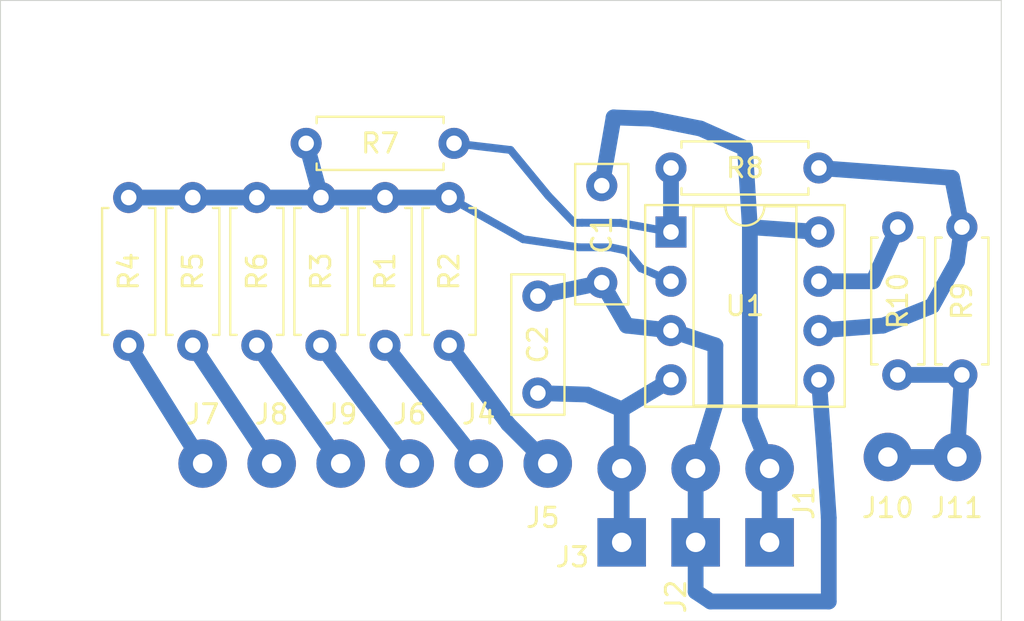
<source format=kicad_pcb>
(kicad_pcb (version 20171130) (host pcbnew "(5.1.2-1)-1")

  (general
    (thickness 1.6)
    (drawings 4)
    (tracks 65)
    (zones 0)
    (modules 26)
    (nets 15)
  )

  (page A4)
  (layers
    (0 F.Cu signal)
    (31 B.Cu signal)
    (32 B.Adhes user)
    (33 F.Adhes user)
    (34 B.Paste user)
    (35 F.Paste user)
    (36 B.SilkS user)
    (37 F.SilkS user)
    (38 B.Mask user)
    (39 F.Mask user)
    (40 Dwgs.User user)
    (41 Cmts.User user)
    (42 Eco1.User user)
    (43 Eco2.User user)
    (44 Edge.Cuts user)
    (45 Margin user)
    (46 B.CrtYd user)
    (47 F.CrtYd user)
    (48 B.Fab user)
    (49 F.Fab user)
  )

  (setup
    (last_trace_width 0.4064)
    (user_trace_width 0.4064)
    (user_trace_width 0.508)
    (user_trace_width 0.8128)
    (trace_clearance 0.2)
    (zone_clearance 0.508)
    (zone_45_only no)
    (trace_min 0.2)
    (via_size 0.8)
    (via_drill 0.4)
    (via_min_size 0.4)
    (via_min_drill 0.3)
    (uvia_size 0.3)
    (uvia_drill 0.1)
    (uvias_allowed no)
    (uvia_min_size 0.2)
    (uvia_min_drill 0.1)
    (edge_width 0.05)
    (segment_width 0.2)
    (pcb_text_width 0.3)
    (pcb_text_size 1.5 1.5)
    (mod_edge_width 0.12)
    (mod_text_size 1 1)
    (mod_text_width 0.15)
    (pad_size 1.524 1.524)
    (pad_drill 0.762)
    (pad_to_mask_clearance 0.051)
    (solder_mask_min_width 0.25)
    (aux_axis_origin 0 0)
    (visible_elements FFFFFF7F)
    (pcbplotparams
      (layerselection 0x01030_ffffffff)
      (usegerberextensions false)
      (usegerberattributes false)
      (usegerberadvancedattributes false)
      (creategerberjobfile false)
      (excludeedgelayer true)
      (linewidth 0.100000)
      (plotframeref false)
      (viasonmask false)
      (mode 1)
      (useauxorigin false)
      (hpglpennumber 1)
      (hpglpenspeed 20)
      (hpglpendiameter 15.000000)
      (psnegative false)
      (psa4output false)
      (plotreference true)
      (plotvalue true)
      (plotinvisibletext false)
      (padsonsilk false)
      (subtractmaskfromsilk false)
      (outputformat 1)
      (mirror false)
      (drillshape 0)
      (scaleselection 1)
      (outputdirectory ""))
  )

  (net 0 "")
  (net 1 +12V)
  (net 2 Earth)
  (net 3 -12V)
  (net 4 "Net-(J4-Pad1)")
  (net 5 "Net-(J5-Pad1)")
  (net 6 "Net-(J6-Pad1)")
  (net 7 "Net-(J7-Pad1)")
  (net 8 "Net-(J8-Pad1)")
  (net 9 "Net-(J9-Pad1)")
  (net 10 "Net-(J10-Pad1)")
  (net 11 "Net-(R1-Pad1)")
  (net 12 "Net-(R7-Pad1)")
  (net 13 "Net-(R8-Pad1)")
  (net 14 "Net-(R10-Pad2)")

  (net_class Default "This is the default net class."
    (clearance 0.2)
    (trace_width 0.25)
    (via_dia 0.8)
    (via_drill 0.4)
    (uvia_dia 0.3)
    (uvia_drill 0.1)
    (add_net +12V)
    (add_net -12V)
    (add_net Earth)
    (add_net "Net-(J10-Pad1)")
    (add_net "Net-(J4-Pad1)")
    (add_net "Net-(J5-Pad1)")
    (add_net "Net-(J6-Pad1)")
    (add_net "Net-(J7-Pad1)")
    (add_net "Net-(J8-Pad1)")
    (add_net "Net-(J9-Pad1)")
    (add_net "Net-(R1-Pad1)")
    (add_net "Net-(R10-Pad2)")
    (add_net "Net-(R7-Pad1)")
    (add_net "Net-(R8-Pad1)")
  )

  (module MountingHole:MountingHole_3.5mm (layer F.Cu) (tedit 56D1B4CB) (tstamp 6156FE60)
    (at 16.51 38.608)
    (descr "Mounting Hole 3.5mm, no annular")
    (tags "mounting hole 3.5mm no annular")
    (attr virtual)
    (fp_text reference REF** (at 0 -4.5) (layer F.SilkS) hide
      (effects (font (size 1 1) (thickness 0.15)))
    )
    (fp_text value MountingHole_3.5mm (at 0 4.5) (layer F.Fab) hide
      (effects (font (size 1 1) (thickness 0.15)))
    )
    (fp_circle (center 0 0) (end 3.75 0) (layer F.CrtYd) (width 0.05))
    (fp_circle (center 0 0) (end 3.5 0) (layer Cmts.User) (width 0.15))
    (fp_text user %R (at 0.3 0) (layer F.Fab)
      (effects (font (size 1 1) (thickness 0.15)))
    )
    (pad 1 np_thru_hole circle (at 0 0) (size 3.5 3.5) (drill 3.5) (layers *.Cu *.Mask))
  )

  (module MountingHole:MountingHole_3.5mm (layer F.Cu) (tedit 56D1B4CB) (tstamp 6156FE33)
    (at 16.51 16.764)
    (descr "Mounting Hole 3.5mm, no annular")
    (tags "mounting hole 3.5mm no annular")
    (attr virtual)
    (fp_text reference REF** (at 0 -4.5) (layer F.SilkS) hide
      (effects (font (size 1 1) (thickness 0.15)))
    )
    (fp_text value MountingHole_3.5mm (at 0 4.5) (layer F.Fab) hide
      (effects (font (size 1 1) (thickness 0.15)))
    )
    (fp_circle (center 0 0) (end 3.75 0) (layer F.CrtYd) (width 0.05))
    (fp_circle (center 0 0) (end 3.5 0) (layer Cmts.User) (width 0.15))
    (fp_text user %R (at 0.3 0) (layer F.Fab)
      (effects (font (size 1 1) (thickness 0.15)))
    )
    (pad 1 np_thru_hole circle (at 0 0) (size 3.5 3.5) (drill 3.5) (layers *.Cu *.Mask))
  )

  (module Capacitor_THT:C_Rect_L7.0mm_W2.5mm_P5.00mm (layer F.Cu) (tedit 5AE50EF0) (tstamp 6156D754)
    (at 43.17 21.74 270)
    (descr "C, Rect series, Radial, pin pitch=5.00mm, , length*width=7*2.5mm^2, Capacitor")
    (tags "C Rect series Radial pin pitch 5.00mm  length 7mm width 2.5mm Capacitor")
    (path /61587128)
    (fp_text reference C1 (at 2.54 0 90) (layer F.SilkS)
      (effects (font (size 1 1) (thickness 0.15)))
    )
    (fp_text value 100n (at 2.5 2.5 90) (layer F.Fab)
      (effects (font (size 1 1) (thickness 0.15)))
    )
    (fp_line (start -1 -1.25) (end -1 1.25) (layer F.Fab) (width 0.1))
    (fp_line (start -1 1.25) (end 6 1.25) (layer F.Fab) (width 0.1))
    (fp_line (start 6 1.25) (end 6 -1.25) (layer F.Fab) (width 0.1))
    (fp_line (start 6 -1.25) (end -1 -1.25) (layer F.Fab) (width 0.1))
    (fp_line (start -1.12 -1.37) (end 6.12 -1.37) (layer F.SilkS) (width 0.12))
    (fp_line (start -1.12 1.37) (end 6.12 1.37) (layer F.SilkS) (width 0.12))
    (fp_line (start -1.12 -1.37) (end -1.12 1.37) (layer F.SilkS) (width 0.12))
    (fp_line (start 6.12 -1.37) (end 6.12 1.37) (layer F.SilkS) (width 0.12))
    (fp_line (start -1.25 -1.5) (end -1.25 1.5) (layer F.CrtYd) (width 0.05))
    (fp_line (start -1.25 1.5) (end 6.25 1.5) (layer F.CrtYd) (width 0.05))
    (fp_line (start 6.25 1.5) (end 6.25 -1.5) (layer F.CrtYd) (width 0.05))
    (fp_line (start 6.25 -1.5) (end -1.25 -1.5) (layer F.CrtYd) (width 0.05))
    (fp_text user %R (at 2.5 0 90) (layer F.Fab)
      (effects (font (size 1 1) (thickness 0.15)))
    )
    (pad 1 thru_hole circle (at 0 0 270) (size 1.6 1.6) (drill 0.8) (layers *.Cu *.Mask)
      (net 1 +12V))
    (pad 2 thru_hole circle (at 5 0 270) (size 1.6 1.6) (drill 0.8) (layers *.Cu *.Mask)
      (net 2 Earth))
    (model ${KISYS3DMOD}/Capacitor_THT.3dshapes/C_Rect_L7.0mm_W2.5mm_P5.00mm.wrl
      (at (xyz 0 0 0))
      (scale (xyz 1 1 1))
      (rotate (xyz 0 0 0))
    )
  )

  (module Capacitor_THT:C_Rect_L7.0mm_W2.5mm_P5.00mm (layer F.Cu) (tedit 5AE50EF0) (tstamp 6156D767)
    (at 39.878 27.432 270)
    (descr "C, Rect series, Radial, pin pitch=5.00mm, , length*width=7*2.5mm^2, Capacitor")
    (tags "C Rect series Radial pin pitch 5.00mm  length 7mm width 2.5mm Capacitor")
    (path /61587B76)
    (fp_text reference C2 (at 2.5 0 90) (layer F.SilkS)
      (effects (font (size 1 1) (thickness 0.15)))
    )
    (fp_text value 100n (at 2.5 2.5 90) (layer F.Fab)
      (effects (font (size 1 1) (thickness 0.15)))
    )
    (fp_text user %R (at 2.5 0 90) (layer F.Fab)
      (effects (font (size 1 1) (thickness 0.15)))
    )
    (fp_line (start 6.25 -1.5) (end -1.25 -1.5) (layer F.CrtYd) (width 0.05))
    (fp_line (start 6.25 1.5) (end 6.25 -1.5) (layer F.CrtYd) (width 0.05))
    (fp_line (start -1.25 1.5) (end 6.25 1.5) (layer F.CrtYd) (width 0.05))
    (fp_line (start -1.25 -1.5) (end -1.25 1.5) (layer F.CrtYd) (width 0.05))
    (fp_line (start 6.12 -1.37) (end 6.12 1.37) (layer F.SilkS) (width 0.12))
    (fp_line (start -1.12 -1.37) (end -1.12 1.37) (layer F.SilkS) (width 0.12))
    (fp_line (start -1.12 1.37) (end 6.12 1.37) (layer F.SilkS) (width 0.12))
    (fp_line (start -1.12 -1.37) (end 6.12 -1.37) (layer F.SilkS) (width 0.12))
    (fp_line (start 6 -1.25) (end -1 -1.25) (layer F.Fab) (width 0.1))
    (fp_line (start 6 1.25) (end 6 -1.25) (layer F.Fab) (width 0.1))
    (fp_line (start -1 1.25) (end 6 1.25) (layer F.Fab) (width 0.1))
    (fp_line (start -1 -1.25) (end -1 1.25) (layer F.Fab) (width 0.1))
    (pad 2 thru_hole circle (at 5 0 270) (size 1.6 1.6) (drill 0.8) (layers *.Cu *.Mask)
      (net 3 -12V))
    (pad 1 thru_hole circle (at 0 0 270) (size 1.6 1.6) (drill 0.8) (layers *.Cu *.Mask)
      (net 2 Earth))
    (model ${KISYS3DMOD}/Capacitor_THT.3dshapes/C_Rect_L7.0mm_W2.5mm_P5.00mm.wrl
      (at (xyz 0 0 0))
      (scale (xyz 1 1 1))
      (rotate (xyz 0 0 0))
    )
  )

  (module Connector_Wire:SolderWirePad_1x02_P3.81mm_Drill1mm (layer F.Cu) (tedit 5AEE5F04) (tstamp 6156D772)
    (at 51.816 40.132 90)
    (descr "Wire solder connection")
    (tags connector)
    (path /61584761)
    (attr virtual)
    (fp_text reference J1 (at 2.032 1.778 90) (layer F.SilkS)
      (effects (font (size 1 1) (thickness 0.15)))
    )
    (fp_text value +12V_Conn (at 1.905 3.81 90) (layer F.Fab)
      (effects (font (size 1 1) (thickness 0.15)))
    )
    (fp_text user %R (at 1.905 0 90) (layer F.Fab)
      (effects (font (size 1 1) (thickness 0.15)))
    )
    (fp_line (start -1.74 -1.75) (end 5.56 -1.75) (layer F.CrtYd) (width 0.05))
    (fp_line (start -1.74 -1.75) (end -1.74 1.75) (layer F.CrtYd) (width 0.05))
    (fp_line (start 5.56 1.75) (end 5.56 -1.75) (layer F.CrtYd) (width 0.05))
    (fp_line (start 5.56 1.75) (end -1.74 1.75) (layer F.CrtYd) (width 0.05))
    (pad 1 thru_hole rect (at 0 0 90) (size 2.49936 2.49936) (drill 1.00076) (layers *.Cu *.Mask)
      (net 1 +12V))
    (pad 2 thru_hole circle (at 3.81 0 90) (size 2.49936 2.49936) (drill 1.00076) (layers *.Cu *.Mask)
      (net 1 +12V))
  )

  (module Connector_Wire:SolderWirePad_1x02_P3.81mm_Drill1mm (layer F.Cu) (tedit 5AEE5F04) (tstamp 6156D77D)
    (at 48.006 40.132 90)
    (descr "Wire solder connection")
    (tags connector)
    (path /615868F1)
    (attr virtual)
    (fp_text reference J2 (at -2.794 -1.016 90) (layer F.SilkS)
      (effects (font (size 1 1) (thickness 0.15)))
    )
    (fp_text value GND_Conn (at 1.905 3.81 90) (layer F.Fab)
      (effects (font (size 1 1) (thickness 0.15)))
    )
    (fp_line (start 5.56 1.75) (end -1.74 1.75) (layer F.CrtYd) (width 0.05))
    (fp_line (start 5.56 1.75) (end 5.56 -1.75) (layer F.CrtYd) (width 0.05))
    (fp_line (start -1.74 -1.75) (end -1.74 1.75) (layer F.CrtYd) (width 0.05))
    (fp_line (start -1.74 -1.75) (end 5.56 -1.75) (layer F.CrtYd) (width 0.05))
    (fp_text user %R (at 1.905 0 90) (layer F.Fab)
      (effects (font (size 1 1) (thickness 0.15)))
    )
    (pad 2 thru_hole circle (at 3.81 0 90) (size 2.49936 2.49936) (drill 1.00076) (layers *.Cu *.Mask)
      (net 2 Earth))
    (pad 1 thru_hole rect (at 0 0 90) (size 2.49936 2.49936) (drill 1.00076) (layers *.Cu *.Mask)
      (net 2 Earth))
  )

  (module Connector_Wire:SolderWirePad_1x02_P3.81mm_Drill1mm (layer F.Cu) (tedit 5AEE5F04) (tstamp 6156D788)
    (at 44.196 40.132 90)
    (descr "Wire solder connection")
    (tags connector)
    (path /61586CA8)
    (attr virtual)
    (fp_text reference J3 (at -0.762 -2.54 180) (layer F.SilkS)
      (effects (font (size 1 1) (thickness 0.15)))
    )
    (fp_text value -12V_Conn (at 1.905 3.81 90) (layer F.Fab)
      (effects (font (size 1 1) (thickness 0.15)))
    )
    (fp_text user %R (at 1.905 0 90) (layer F.Fab)
      (effects (font (size 1 1) (thickness 0.15)))
    )
    (fp_line (start -1.74 -1.75) (end 5.56 -1.75) (layer F.CrtYd) (width 0.05))
    (fp_line (start -1.74 -1.75) (end -1.74 1.75) (layer F.CrtYd) (width 0.05))
    (fp_line (start 5.56 1.75) (end 5.56 -1.75) (layer F.CrtYd) (width 0.05))
    (fp_line (start 5.56 1.75) (end -1.74 1.75) (layer F.CrtYd) (width 0.05))
    (pad 1 thru_hole rect (at 0 0 90) (size 2.49936 2.49936) (drill 1.00076) (layers *.Cu *.Mask)
      (net 3 -12V))
    (pad 2 thru_hole circle (at 3.81 0 90) (size 2.49936 2.49936) (drill 1.00076) (layers *.Cu *.Mask)
      (net 3 -12V))
  )

  (module Connector_Wire:SolderWirePad_1x01_Drill1mm (layer F.Cu) (tedit 5AEE5EBE) (tstamp 6156D792)
    (at 36.83 36.068)
    (descr "Wire solder connection")
    (tags connector)
    (path /61570F16)
    (attr virtual)
    (fp_text reference J4 (at 0 -2.54) (layer F.SilkS)
      (effects (font (size 1 1) (thickness 0.15)))
    )
    (fp_text value IN1 (at 0 3.175) (layer F.Fab)
      (effects (font (size 1 1) (thickness 0.15)))
    )
    (fp_text user %R (at 0 0) (layer F.Fab)
      (effects (font (size 1 1) (thickness 0.15)))
    )
    (fp_line (start -1.75 -1.75) (end 1.75 -1.75) (layer F.CrtYd) (width 0.05))
    (fp_line (start -1.75 -1.75) (end -1.75 1.75) (layer F.CrtYd) (width 0.05))
    (fp_line (start 1.75 1.75) (end 1.75 -1.75) (layer F.CrtYd) (width 0.05))
    (fp_line (start 1.75 1.75) (end -1.75 1.75) (layer F.CrtYd) (width 0.05))
    (pad 1 thru_hole circle (at 0 0) (size 2.49936 2.49936) (drill 1.00076) (layers *.Cu *.Mask)
      (net 4 "Net-(J4-Pad1)"))
  )

  (module Connector_Wire:SolderWirePad_1x01_Drill1mm (layer F.Cu) (tedit 5AEE5EBE) (tstamp 6156D79C)
    (at 40.386 36.068)
    (descr "Wire solder connection")
    (tags connector)
    (path /615719ED)
    (attr virtual)
    (fp_text reference J5 (at -0.254 2.794) (layer F.SilkS)
      (effects (font (size 1 1) (thickness 0.15)))
    )
    (fp_text value IN2 (at 0 3.175) (layer F.Fab)
      (effects (font (size 1 1) (thickness 0.15)))
    )
    (fp_line (start 1.75 1.75) (end -1.75 1.75) (layer F.CrtYd) (width 0.05))
    (fp_line (start 1.75 1.75) (end 1.75 -1.75) (layer F.CrtYd) (width 0.05))
    (fp_line (start -1.75 -1.75) (end -1.75 1.75) (layer F.CrtYd) (width 0.05))
    (fp_line (start -1.75 -1.75) (end 1.75 -1.75) (layer F.CrtYd) (width 0.05))
    (fp_text user %R (at 0 0) (layer F.Fab)
      (effects (font (size 1 1) (thickness 0.15)))
    )
    (pad 1 thru_hole circle (at 0 0) (size 2.49936 2.49936) (drill 1.00076) (layers *.Cu *.Mask)
      (net 5 "Net-(J5-Pad1)"))
  )

  (module Connector_Wire:SolderWirePad_1x01_Drill1mm (layer F.Cu) (tedit 5AEE5EBE) (tstamp 6156D7A6)
    (at 33.274 36.068)
    (descr "Wire solder connection")
    (tags connector)
    (path /61571DF7)
    (attr virtual)
    (fp_text reference J6 (at 0 -2.54) (layer F.SilkS)
      (effects (font (size 1 1) (thickness 0.15)))
    )
    (fp_text value IN3 (at 0 3.175) (layer F.Fab)
      (effects (font (size 1 1) (thickness 0.15)))
    )
    (fp_text user %R (at 0 0) (layer F.Fab)
      (effects (font (size 1 1) (thickness 0.15)))
    )
    (fp_line (start -1.75 -1.75) (end 1.75 -1.75) (layer F.CrtYd) (width 0.05))
    (fp_line (start -1.75 -1.75) (end -1.75 1.75) (layer F.CrtYd) (width 0.05))
    (fp_line (start 1.75 1.75) (end 1.75 -1.75) (layer F.CrtYd) (width 0.05))
    (fp_line (start 1.75 1.75) (end -1.75 1.75) (layer F.CrtYd) (width 0.05))
    (pad 1 thru_hole circle (at 0 0) (size 2.49936 2.49936) (drill 1.00076) (layers *.Cu *.Mask)
      (net 6 "Net-(J6-Pad1)"))
  )

  (module Connector_Wire:SolderWirePad_1x01_Drill1mm (layer F.Cu) (tedit 5AEE5EBE) (tstamp 6156D7B0)
    (at 22.606 36.068)
    (descr "Wire solder connection")
    (tags connector)
    (path /615722BE)
    (attr virtual)
    (fp_text reference J7 (at 0 -2.54) (layer F.SilkS)
      (effects (font (size 1 1) (thickness 0.15)))
    )
    (fp_text value IN4 (at 0 3.175) (layer F.Fab)
      (effects (font (size 1 1) (thickness 0.15)))
    )
    (fp_line (start 1.75 1.75) (end -1.75 1.75) (layer F.CrtYd) (width 0.05))
    (fp_line (start 1.75 1.75) (end 1.75 -1.75) (layer F.CrtYd) (width 0.05))
    (fp_line (start -1.75 -1.75) (end -1.75 1.75) (layer F.CrtYd) (width 0.05))
    (fp_line (start -1.75 -1.75) (end 1.75 -1.75) (layer F.CrtYd) (width 0.05))
    (fp_text user %R (at 0 0) (layer F.Fab)
      (effects (font (size 1 1) (thickness 0.15)))
    )
    (pad 1 thru_hole circle (at 0 0) (size 2.49936 2.49936) (drill 1.00076) (layers *.Cu *.Mask)
      (net 7 "Net-(J7-Pad1)"))
  )

  (module Connector_Wire:SolderWirePad_1x01_Drill1mm (layer F.Cu) (tedit 5AEE5EBE) (tstamp 6156D7BA)
    (at 26.162 36.068)
    (descr "Wire solder connection")
    (tags connector)
    (path /615726C8)
    (attr virtual)
    (fp_text reference J8 (at 0 -2.54) (layer F.SilkS)
      (effects (font (size 1 1) (thickness 0.15)))
    )
    (fp_text value IN5 (at 0 3.175) (layer F.Fab)
      (effects (font (size 1 1) (thickness 0.15)))
    )
    (fp_text user %R (at 0 0) (layer F.Fab)
      (effects (font (size 1 1) (thickness 0.15)))
    )
    (fp_line (start -1.75 -1.75) (end 1.75 -1.75) (layer F.CrtYd) (width 0.05))
    (fp_line (start -1.75 -1.75) (end -1.75 1.75) (layer F.CrtYd) (width 0.05))
    (fp_line (start 1.75 1.75) (end 1.75 -1.75) (layer F.CrtYd) (width 0.05))
    (fp_line (start 1.75 1.75) (end -1.75 1.75) (layer F.CrtYd) (width 0.05))
    (pad 1 thru_hole circle (at 0 0) (size 2.49936 2.49936) (drill 1.00076) (layers *.Cu *.Mask)
      (net 8 "Net-(J8-Pad1)"))
  )

  (module Connector_Wire:SolderWirePad_1x01_Drill1mm (layer F.Cu) (tedit 5AEE5EBE) (tstamp 6156D7C4)
    (at 29.718 36.068)
    (descr "Wire solder connection")
    (tags connector)
    (path /61572943)
    (attr virtual)
    (fp_text reference J9 (at 0 -2.54) (layer F.SilkS)
      (effects (font (size 1 1) (thickness 0.15)))
    )
    (fp_text value IN6 (at 0 3.175) (layer F.Fab)
      (effects (font (size 1 1) (thickness 0.15)))
    )
    (fp_line (start 1.75 1.75) (end -1.75 1.75) (layer F.CrtYd) (width 0.05))
    (fp_line (start 1.75 1.75) (end 1.75 -1.75) (layer F.CrtYd) (width 0.05))
    (fp_line (start -1.75 -1.75) (end -1.75 1.75) (layer F.CrtYd) (width 0.05))
    (fp_line (start -1.75 -1.75) (end 1.75 -1.75) (layer F.CrtYd) (width 0.05))
    (fp_text user %R (at 0 0) (layer F.Fab)
      (effects (font (size 1 1) (thickness 0.15)))
    )
    (pad 1 thru_hole circle (at 0 0) (size 2.49936 2.49936) (drill 1.00076) (layers *.Cu *.Mask)
      (net 9 "Net-(J9-Pad1)"))
  )

  (module Connector_Wire:SolderWirePad_1x01_Drill1mm (layer F.Cu) (tedit 5AEE5EBE) (tstamp 6156D7CE)
    (at 57.912 35.731001)
    (descr "Wire solder connection")
    (tags connector)
    (path /615825F8)
    (attr virtual)
    (fp_text reference J10 (at 0 2.622999) (layer F.SilkS)
      (effects (font (size 1 1) (thickness 0.15)))
    )
    (fp_text value Out1 (at 0 3.175) (layer F.Fab)
      (effects (font (size 1 1) (thickness 0.15)))
    )
    (fp_text user %R (at 0 0) (layer F.Fab)
      (effects (font (size 1 1) (thickness 0.15)))
    )
    (fp_line (start -1.75 -1.75) (end 1.75 -1.75) (layer F.CrtYd) (width 0.05))
    (fp_line (start -1.75 -1.75) (end -1.75 1.75) (layer F.CrtYd) (width 0.05))
    (fp_line (start 1.75 1.75) (end 1.75 -1.75) (layer F.CrtYd) (width 0.05))
    (fp_line (start 1.75 1.75) (end -1.75 1.75) (layer F.CrtYd) (width 0.05))
    (pad 1 thru_hole circle (at 0 0) (size 2.49936 2.49936) (drill 1.00076) (layers *.Cu *.Mask)
      (net 10 "Net-(J10-Pad1)"))
  )

  (module Connector_Wire:SolderWirePad_1x01_Drill1mm (layer F.Cu) (tedit 5AEE5EBE) (tstamp 6156D7D8)
    (at 61.468 35.731001)
    (descr "Wire solder connection")
    (tags connector)
    (path /61582E6B)
    (attr virtual)
    (fp_text reference J11 (at 0 2.622999) (layer F.SilkS)
      (effects (font (size 1 1) (thickness 0.15)))
    )
    (fp_text value Out2 (at 0 3.175) (layer F.Fab)
      (effects (font (size 1 1) (thickness 0.15)))
    )
    (fp_line (start 1.75 1.75) (end -1.75 1.75) (layer F.CrtYd) (width 0.05))
    (fp_line (start 1.75 1.75) (end 1.75 -1.75) (layer F.CrtYd) (width 0.05))
    (fp_line (start -1.75 -1.75) (end -1.75 1.75) (layer F.CrtYd) (width 0.05))
    (fp_line (start -1.75 -1.75) (end 1.75 -1.75) (layer F.CrtYd) (width 0.05))
    (fp_text user %R (at 0 0) (layer F.Fab)
      (effects (font (size 1 1) (thickness 0.15)))
    )
    (pad 1 thru_hole circle (at 0 0) (size 2.49936 2.49936) (drill 1.00076) (layers *.Cu *.Mask)
      (net 10 "Net-(J10-Pad1)"))
  )

  (module Resistor_THT:R_Axial_DIN0207_L6.3mm_D2.5mm_P7.62mm_Horizontal (layer F.Cu) (tedit 5AE5139B) (tstamp 6156D7EF)
    (at 32.004 22.352 270)
    (descr "Resistor, Axial_DIN0207 series, Axial, Horizontal, pin pitch=7.62mm, 0.25W = 1/4W, length*diameter=6.3*2.5mm^2, http://cdn-reichelt.de/documents/datenblatt/B400/1_4W%23YAG.pdf")
    (tags "Resistor Axial_DIN0207 series Axial Horizontal pin pitch 7.62mm 0.25W = 1/4W length 6.3mm diameter 2.5mm")
    (path /6157031E)
    (fp_text reference R1 (at 3.81 0 90) (layer F.SilkS)
      (effects (font (size 1 1) (thickness 0.15)))
    )
    (fp_text value 100k (at 3.81 2.37 90) (layer F.Fab)
      (effects (font (size 1 1) (thickness 0.15)))
    )
    (fp_line (start 0.66 -1.25) (end 0.66 1.25) (layer F.Fab) (width 0.1))
    (fp_line (start 0.66 1.25) (end 6.96 1.25) (layer F.Fab) (width 0.1))
    (fp_line (start 6.96 1.25) (end 6.96 -1.25) (layer F.Fab) (width 0.1))
    (fp_line (start 6.96 -1.25) (end 0.66 -1.25) (layer F.Fab) (width 0.1))
    (fp_line (start 0 0) (end 0.66 0) (layer F.Fab) (width 0.1))
    (fp_line (start 7.62 0) (end 6.96 0) (layer F.Fab) (width 0.1))
    (fp_line (start 0.54 -1.04) (end 0.54 -1.37) (layer F.SilkS) (width 0.12))
    (fp_line (start 0.54 -1.37) (end 7.08 -1.37) (layer F.SilkS) (width 0.12))
    (fp_line (start 7.08 -1.37) (end 7.08 -1.04) (layer F.SilkS) (width 0.12))
    (fp_line (start 0.54 1.04) (end 0.54 1.37) (layer F.SilkS) (width 0.12))
    (fp_line (start 0.54 1.37) (end 7.08 1.37) (layer F.SilkS) (width 0.12))
    (fp_line (start 7.08 1.37) (end 7.08 1.04) (layer F.SilkS) (width 0.12))
    (fp_line (start -1.05 -1.5) (end -1.05 1.5) (layer F.CrtYd) (width 0.05))
    (fp_line (start -1.05 1.5) (end 8.67 1.5) (layer F.CrtYd) (width 0.05))
    (fp_line (start 8.67 1.5) (end 8.67 -1.5) (layer F.CrtYd) (width 0.05))
    (fp_line (start 8.67 -1.5) (end -1.05 -1.5) (layer F.CrtYd) (width 0.05))
    (fp_text user %R (at 3.81 0 90) (layer F.Fab)
      (effects (font (size 1 1) (thickness 0.15)))
    )
    (pad 1 thru_hole circle (at 0 0 270) (size 1.6 1.6) (drill 0.8) (layers *.Cu *.Mask)
      (net 11 "Net-(R1-Pad1)"))
    (pad 2 thru_hole oval (at 7.62 0 270) (size 1.6 1.6) (drill 0.8) (layers *.Cu *.Mask)
      (net 4 "Net-(J4-Pad1)"))
    (model ${KISYS3DMOD}/Resistor_THT.3dshapes/R_Axial_DIN0207_L6.3mm_D2.5mm_P7.62mm_Horizontal.wrl
      (at (xyz 0 0 0))
      (scale (xyz 1 1 1))
      (rotate (xyz 0 0 0))
    )
  )

  (module Resistor_THT:R_Axial_DIN0207_L6.3mm_D2.5mm_P7.62mm_Horizontal (layer F.Cu) (tedit 5AE5139B) (tstamp 6156D806)
    (at 35.306 22.352 270)
    (descr "Resistor, Axial_DIN0207 series, Axial, Horizontal, pin pitch=7.62mm, 0.25W = 1/4W, length*diameter=6.3*2.5mm^2, http://cdn-reichelt.de/documents/datenblatt/B400/1_4W%23YAG.pdf")
    (tags "Resistor Axial_DIN0207 series Axial Horizontal pin pitch 7.62mm 0.25W = 1/4W length 6.3mm diameter 2.5mm")
    (path /6157009A)
    (fp_text reference R2 (at 3.81 0 90) (layer F.SilkS)
      (effects (font (size 1 1) (thickness 0.15)))
    )
    (fp_text value 100k (at 3.81 2.37 90) (layer F.Fab)
      (effects (font (size 1 1) (thickness 0.15)))
    )
    (fp_text user %R (at 3.81 0 90) (layer F.Fab)
      (effects (font (size 1 1) (thickness 0.15)))
    )
    (fp_line (start 8.67 -1.5) (end -1.05 -1.5) (layer F.CrtYd) (width 0.05))
    (fp_line (start 8.67 1.5) (end 8.67 -1.5) (layer F.CrtYd) (width 0.05))
    (fp_line (start -1.05 1.5) (end 8.67 1.5) (layer F.CrtYd) (width 0.05))
    (fp_line (start -1.05 -1.5) (end -1.05 1.5) (layer F.CrtYd) (width 0.05))
    (fp_line (start 7.08 1.37) (end 7.08 1.04) (layer F.SilkS) (width 0.12))
    (fp_line (start 0.54 1.37) (end 7.08 1.37) (layer F.SilkS) (width 0.12))
    (fp_line (start 0.54 1.04) (end 0.54 1.37) (layer F.SilkS) (width 0.12))
    (fp_line (start 7.08 -1.37) (end 7.08 -1.04) (layer F.SilkS) (width 0.12))
    (fp_line (start 0.54 -1.37) (end 7.08 -1.37) (layer F.SilkS) (width 0.12))
    (fp_line (start 0.54 -1.04) (end 0.54 -1.37) (layer F.SilkS) (width 0.12))
    (fp_line (start 7.62 0) (end 6.96 0) (layer F.Fab) (width 0.1))
    (fp_line (start 0 0) (end 0.66 0) (layer F.Fab) (width 0.1))
    (fp_line (start 6.96 -1.25) (end 0.66 -1.25) (layer F.Fab) (width 0.1))
    (fp_line (start 6.96 1.25) (end 6.96 -1.25) (layer F.Fab) (width 0.1))
    (fp_line (start 0.66 1.25) (end 6.96 1.25) (layer F.Fab) (width 0.1))
    (fp_line (start 0.66 -1.25) (end 0.66 1.25) (layer F.Fab) (width 0.1))
    (pad 2 thru_hole oval (at 7.62 0 270) (size 1.6 1.6) (drill 0.8) (layers *.Cu *.Mask)
      (net 5 "Net-(J5-Pad1)"))
    (pad 1 thru_hole circle (at 0 0 270) (size 1.6 1.6) (drill 0.8) (layers *.Cu *.Mask)
      (net 11 "Net-(R1-Pad1)"))
    (model ${KISYS3DMOD}/Resistor_THT.3dshapes/R_Axial_DIN0207_L6.3mm_D2.5mm_P7.62mm_Horizontal.wrl
      (at (xyz 0 0 0))
      (scale (xyz 1 1 1))
      (rotate (xyz 0 0 0))
    )
  )

  (module Resistor_THT:R_Axial_DIN0207_L6.3mm_D2.5mm_P7.62mm_Horizontal (layer F.Cu) (tedit 5AE5139B) (tstamp 6156D81D)
    (at 28.702 22.352 270)
    (descr "Resistor, Axial_DIN0207 series, Axial, Horizontal, pin pitch=7.62mm, 0.25W = 1/4W, length*diameter=6.3*2.5mm^2, http://cdn-reichelt.de/documents/datenblatt/B400/1_4W%23YAG.pdf")
    (tags "Resistor Axial_DIN0207 series Axial Horizontal pin pitch 7.62mm 0.25W = 1/4W length 6.3mm diameter 2.5mm")
    (path /6156E3C2)
    (fp_text reference R3 (at 3.81 0 90) (layer F.SilkS)
      (effects (font (size 1 1) (thickness 0.15)))
    )
    (fp_text value 100k (at 3.81 2.37 90) (layer F.Fab)
      (effects (font (size 1 1) (thickness 0.15)))
    )
    (fp_line (start 0.66 -1.25) (end 0.66 1.25) (layer F.Fab) (width 0.1))
    (fp_line (start 0.66 1.25) (end 6.96 1.25) (layer F.Fab) (width 0.1))
    (fp_line (start 6.96 1.25) (end 6.96 -1.25) (layer F.Fab) (width 0.1))
    (fp_line (start 6.96 -1.25) (end 0.66 -1.25) (layer F.Fab) (width 0.1))
    (fp_line (start 0 0) (end 0.66 0) (layer F.Fab) (width 0.1))
    (fp_line (start 7.62 0) (end 6.96 0) (layer F.Fab) (width 0.1))
    (fp_line (start 0.54 -1.04) (end 0.54 -1.37) (layer F.SilkS) (width 0.12))
    (fp_line (start 0.54 -1.37) (end 7.08 -1.37) (layer F.SilkS) (width 0.12))
    (fp_line (start 7.08 -1.37) (end 7.08 -1.04) (layer F.SilkS) (width 0.12))
    (fp_line (start 0.54 1.04) (end 0.54 1.37) (layer F.SilkS) (width 0.12))
    (fp_line (start 0.54 1.37) (end 7.08 1.37) (layer F.SilkS) (width 0.12))
    (fp_line (start 7.08 1.37) (end 7.08 1.04) (layer F.SilkS) (width 0.12))
    (fp_line (start -1.05 -1.5) (end -1.05 1.5) (layer F.CrtYd) (width 0.05))
    (fp_line (start -1.05 1.5) (end 8.67 1.5) (layer F.CrtYd) (width 0.05))
    (fp_line (start 8.67 1.5) (end 8.67 -1.5) (layer F.CrtYd) (width 0.05))
    (fp_line (start 8.67 -1.5) (end -1.05 -1.5) (layer F.CrtYd) (width 0.05))
    (fp_text user %R (at 3.81 0 90) (layer F.Fab)
      (effects (font (size 1 1) (thickness 0.15)))
    )
    (pad 1 thru_hole circle (at 0 0 270) (size 1.6 1.6) (drill 0.8) (layers *.Cu *.Mask)
      (net 11 "Net-(R1-Pad1)"))
    (pad 2 thru_hole oval (at 7.62 0 270) (size 1.6 1.6) (drill 0.8) (layers *.Cu *.Mask)
      (net 6 "Net-(J6-Pad1)"))
    (model ${KISYS3DMOD}/Resistor_THT.3dshapes/R_Axial_DIN0207_L6.3mm_D2.5mm_P7.62mm_Horizontal.wrl
      (at (xyz 0 0 0))
      (scale (xyz 1 1 1))
      (rotate (xyz 0 0 0))
    )
  )

  (module Resistor_THT:R_Axial_DIN0207_L6.3mm_D2.5mm_P7.62mm_Horizontal (layer F.Cu) (tedit 5AE5139B) (tstamp 6156D834)
    (at 18.796 22.352 270)
    (descr "Resistor, Axial_DIN0207 series, Axial, Horizontal, pin pitch=7.62mm, 0.25W = 1/4W, length*diameter=6.3*2.5mm^2, http://cdn-reichelt.de/documents/datenblatt/B400/1_4W%23YAG.pdf")
    (tags "Resistor Axial_DIN0207 series Axial Horizontal pin pitch 7.62mm 0.25W = 1/4W length 6.3mm diameter 2.5mm")
    (path /6156F22B)
    (fp_text reference R4 (at 3.81 0 90) (layer F.SilkS)
      (effects (font (size 1 1) (thickness 0.15)))
    )
    (fp_text value 100k (at 3.81 2.37 90) (layer F.Fab)
      (effects (font (size 1 1) (thickness 0.15)))
    )
    (fp_text user %R (at 3.81 0 90) (layer F.Fab)
      (effects (font (size 1 1) (thickness 0.15)))
    )
    (fp_line (start 8.67 -1.5) (end -1.05 -1.5) (layer F.CrtYd) (width 0.05))
    (fp_line (start 8.67 1.5) (end 8.67 -1.5) (layer F.CrtYd) (width 0.05))
    (fp_line (start -1.05 1.5) (end 8.67 1.5) (layer F.CrtYd) (width 0.05))
    (fp_line (start -1.05 -1.5) (end -1.05 1.5) (layer F.CrtYd) (width 0.05))
    (fp_line (start 7.08 1.37) (end 7.08 1.04) (layer F.SilkS) (width 0.12))
    (fp_line (start 0.54 1.37) (end 7.08 1.37) (layer F.SilkS) (width 0.12))
    (fp_line (start 0.54 1.04) (end 0.54 1.37) (layer F.SilkS) (width 0.12))
    (fp_line (start 7.08 -1.37) (end 7.08 -1.04) (layer F.SilkS) (width 0.12))
    (fp_line (start 0.54 -1.37) (end 7.08 -1.37) (layer F.SilkS) (width 0.12))
    (fp_line (start 0.54 -1.04) (end 0.54 -1.37) (layer F.SilkS) (width 0.12))
    (fp_line (start 7.62 0) (end 6.96 0) (layer F.Fab) (width 0.1))
    (fp_line (start 0 0) (end 0.66 0) (layer F.Fab) (width 0.1))
    (fp_line (start 6.96 -1.25) (end 0.66 -1.25) (layer F.Fab) (width 0.1))
    (fp_line (start 6.96 1.25) (end 6.96 -1.25) (layer F.Fab) (width 0.1))
    (fp_line (start 0.66 1.25) (end 6.96 1.25) (layer F.Fab) (width 0.1))
    (fp_line (start 0.66 -1.25) (end 0.66 1.25) (layer F.Fab) (width 0.1))
    (pad 2 thru_hole oval (at 7.62 0 270) (size 1.6 1.6) (drill 0.8) (layers *.Cu *.Mask)
      (net 7 "Net-(J7-Pad1)"))
    (pad 1 thru_hole circle (at 0 0 270) (size 1.6 1.6) (drill 0.8) (layers *.Cu *.Mask)
      (net 11 "Net-(R1-Pad1)"))
    (model ${KISYS3DMOD}/Resistor_THT.3dshapes/R_Axial_DIN0207_L6.3mm_D2.5mm_P7.62mm_Horizontal.wrl
      (at (xyz 0 0 0))
      (scale (xyz 1 1 1))
      (rotate (xyz 0 0 0))
    )
  )

  (module Resistor_THT:R_Axial_DIN0207_L6.3mm_D2.5mm_P7.62mm_Horizontal (layer F.Cu) (tedit 5AE5139B) (tstamp 6156D84B)
    (at 22.098 22.352 270)
    (descr "Resistor, Axial_DIN0207 series, Axial, Horizontal, pin pitch=7.62mm, 0.25W = 1/4W, length*diameter=6.3*2.5mm^2, http://cdn-reichelt.de/documents/datenblatt/B400/1_4W%23YAG.pdf")
    (tags "Resistor Axial_DIN0207 series Axial Horizontal pin pitch 7.62mm 0.25W = 1/4W length 6.3mm diameter 2.5mm")
    (path /6156F9E5)
    (fp_text reference R5 (at 3.81 0 90) (layer F.SilkS)
      (effects (font (size 1 1) (thickness 0.15)))
    )
    (fp_text value 100k (at 3.81 2.37 90) (layer F.Fab)
      (effects (font (size 1 1) (thickness 0.15)))
    )
    (fp_line (start 0.66 -1.25) (end 0.66 1.25) (layer F.Fab) (width 0.1))
    (fp_line (start 0.66 1.25) (end 6.96 1.25) (layer F.Fab) (width 0.1))
    (fp_line (start 6.96 1.25) (end 6.96 -1.25) (layer F.Fab) (width 0.1))
    (fp_line (start 6.96 -1.25) (end 0.66 -1.25) (layer F.Fab) (width 0.1))
    (fp_line (start 0 0) (end 0.66 0) (layer F.Fab) (width 0.1))
    (fp_line (start 7.62 0) (end 6.96 0) (layer F.Fab) (width 0.1))
    (fp_line (start 0.54 -1.04) (end 0.54 -1.37) (layer F.SilkS) (width 0.12))
    (fp_line (start 0.54 -1.37) (end 7.08 -1.37) (layer F.SilkS) (width 0.12))
    (fp_line (start 7.08 -1.37) (end 7.08 -1.04) (layer F.SilkS) (width 0.12))
    (fp_line (start 0.54 1.04) (end 0.54 1.37) (layer F.SilkS) (width 0.12))
    (fp_line (start 0.54 1.37) (end 7.08 1.37) (layer F.SilkS) (width 0.12))
    (fp_line (start 7.08 1.37) (end 7.08 1.04) (layer F.SilkS) (width 0.12))
    (fp_line (start -1.05 -1.5) (end -1.05 1.5) (layer F.CrtYd) (width 0.05))
    (fp_line (start -1.05 1.5) (end 8.67 1.5) (layer F.CrtYd) (width 0.05))
    (fp_line (start 8.67 1.5) (end 8.67 -1.5) (layer F.CrtYd) (width 0.05))
    (fp_line (start 8.67 -1.5) (end -1.05 -1.5) (layer F.CrtYd) (width 0.05))
    (fp_text user %R (at 3.81 0 90) (layer F.Fab)
      (effects (font (size 1 1) (thickness 0.15)))
    )
    (pad 1 thru_hole circle (at 0 0 270) (size 1.6 1.6) (drill 0.8) (layers *.Cu *.Mask)
      (net 11 "Net-(R1-Pad1)"))
    (pad 2 thru_hole oval (at 7.62 0 270) (size 1.6 1.6) (drill 0.8) (layers *.Cu *.Mask)
      (net 8 "Net-(J8-Pad1)"))
    (model ${KISYS3DMOD}/Resistor_THT.3dshapes/R_Axial_DIN0207_L6.3mm_D2.5mm_P7.62mm_Horizontal.wrl
      (at (xyz 0 0 0))
      (scale (xyz 1 1 1))
      (rotate (xyz 0 0 0))
    )
  )

  (module Resistor_THT:R_Axial_DIN0207_L6.3mm_D2.5mm_P7.62mm_Horizontal (layer F.Cu) (tedit 5AE5139B) (tstamp 6156D862)
    (at 25.4 22.352 270)
    (descr "Resistor, Axial_DIN0207 series, Axial, Horizontal, pin pitch=7.62mm, 0.25W = 1/4W, length*diameter=6.3*2.5mm^2, http://cdn-reichelt.de/documents/datenblatt/B400/1_4W%23YAG.pdf")
    (tags "Resistor Axial_DIN0207 series Axial Horizontal pin pitch 7.62mm 0.25W = 1/4W length 6.3mm diameter 2.5mm")
    (path /61570877)
    (fp_text reference R6 (at 3.81 0 90) (layer F.SilkS)
      (effects (font (size 1 1) (thickness 0.15)))
    )
    (fp_text value 100k (at 3.81 2.37 90) (layer F.Fab)
      (effects (font (size 1 1) (thickness 0.15)))
    )
    (fp_text user %R (at 3.81 0 90) (layer F.Fab)
      (effects (font (size 1 1) (thickness 0.15)))
    )
    (fp_line (start 8.67 -1.5) (end -1.05 -1.5) (layer F.CrtYd) (width 0.05))
    (fp_line (start 8.67 1.5) (end 8.67 -1.5) (layer F.CrtYd) (width 0.05))
    (fp_line (start -1.05 1.5) (end 8.67 1.5) (layer F.CrtYd) (width 0.05))
    (fp_line (start -1.05 -1.5) (end -1.05 1.5) (layer F.CrtYd) (width 0.05))
    (fp_line (start 7.08 1.37) (end 7.08 1.04) (layer F.SilkS) (width 0.12))
    (fp_line (start 0.54 1.37) (end 7.08 1.37) (layer F.SilkS) (width 0.12))
    (fp_line (start 0.54 1.04) (end 0.54 1.37) (layer F.SilkS) (width 0.12))
    (fp_line (start 7.08 -1.37) (end 7.08 -1.04) (layer F.SilkS) (width 0.12))
    (fp_line (start 0.54 -1.37) (end 7.08 -1.37) (layer F.SilkS) (width 0.12))
    (fp_line (start 0.54 -1.04) (end 0.54 -1.37) (layer F.SilkS) (width 0.12))
    (fp_line (start 7.62 0) (end 6.96 0) (layer F.Fab) (width 0.1))
    (fp_line (start 0 0) (end 0.66 0) (layer F.Fab) (width 0.1))
    (fp_line (start 6.96 -1.25) (end 0.66 -1.25) (layer F.Fab) (width 0.1))
    (fp_line (start 6.96 1.25) (end 6.96 -1.25) (layer F.Fab) (width 0.1))
    (fp_line (start 0.66 1.25) (end 6.96 1.25) (layer F.Fab) (width 0.1))
    (fp_line (start 0.66 -1.25) (end 0.66 1.25) (layer F.Fab) (width 0.1))
    (pad 2 thru_hole oval (at 7.62 0 270) (size 1.6 1.6) (drill 0.8) (layers *.Cu *.Mask)
      (net 9 "Net-(J9-Pad1)"))
    (pad 1 thru_hole circle (at 0 0 270) (size 1.6 1.6) (drill 0.8) (layers *.Cu *.Mask)
      (net 11 "Net-(R1-Pad1)"))
    (model ${KISYS3DMOD}/Resistor_THT.3dshapes/R_Axial_DIN0207_L6.3mm_D2.5mm_P7.62mm_Horizontal.wrl
      (at (xyz 0 0 0))
      (scale (xyz 1 1 1))
      (rotate (xyz 0 0 0))
    )
  )

  (module Resistor_THT:R_Axial_DIN0207_L6.3mm_D2.5mm_P7.62mm_Horizontal (layer F.Cu) (tedit 5AE5139B) (tstamp 6156D879)
    (at 35.56 19.558 180)
    (descr "Resistor, Axial_DIN0207 series, Axial, Horizontal, pin pitch=7.62mm, 0.25W = 1/4W, length*diameter=6.3*2.5mm^2, http://cdn-reichelt.de/documents/datenblatt/B400/1_4W%23YAG.pdf")
    (tags "Resistor Axial_DIN0207 series Axial Horizontal pin pitch 7.62mm 0.25W = 1/4W length 6.3mm diameter 2.5mm")
    (path /61572C94)
    (fp_text reference R7 (at 3.81 0) (layer F.SilkS)
      (effects (font (size 1 1) (thickness 0.15)))
    )
    (fp_text value 100k (at 3.81 2.37) (layer F.Fab)
      (effects (font (size 1 1) (thickness 0.15)))
    )
    (fp_line (start 0.66 -1.25) (end 0.66 1.25) (layer F.Fab) (width 0.1))
    (fp_line (start 0.66 1.25) (end 6.96 1.25) (layer F.Fab) (width 0.1))
    (fp_line (start 6.96 1.25) (end 6.96 -1.25) (layer F.Fab) (width 0.1))
    (fp_line (start 6.96 -1.25) (end 0.66 -1.25) (layer F.Fab) (width 0.1))
    (fp_line (start 0 0) (end 0.66 0) (layer F.Fab) (width 0.1))
    (fp_line (start 7.62 0) (end 6.96 0) (layer F.Fab) (width 0.1))
    (fp_line (start 0.54 -1.04) (end 0.54 -1.37) (layer F.SilkS) (width 0.12))
    (fp_line (start 0.54 -1.37) (end 7.08 -1.37) (layer F.SilkS) (width 0.12))
    (fp_line (start 7.08 -1.37) (end 7.08 -1.04) (layer F.SilkS) (width 0.12))
    (fp_line (start 0.54 1.04) (end 0.54 1.37) (layer F.SilkS) (width 0.12))
    (fp_line (start 0.54 1.37) (end 7.08 1.37) (layer F.SilkS) (width 0.12))
    (fp_line (start 7.08 1.37) (end 7.08 1.04) (layer F.SilkS) (width 0.12))
    (fp_line (start -1.05 -1.5) (end -1.05 1.5) (layer F.CrtYd) (width 0.05))
    (fp_line (start -1.05 1.5) (end 8.67 1.5) (layer F.CrtYd) (width 0.05))
    (fp_line (start 8.67 1.5) (end 8.67 -1.5) (layer F.CrtYd) (width 0.05))
    (fp_line (start 8.67 -1.5) (end -1.05 -1.5) (layer F.CrtYd) (width 0.05))
    (fp_text user %R (at 3.81 0) (layer F.Fab)
      (effects (font (size 1 1) (thickness 0.15)))
    )
    (pad 1 thru_hole circle (at 0 0 180) (size 1.6 1.6) (drill 0.8) (layers *.Cu *.Mask)
      (net 12 "Net-(R7-Pad1)"))
    (pad 2 thru_hole oval (at 7.62 0 180) (size 1.6 1.6) (drill 0.8) (layers *.Cu *.Mask)
      (net 11 "Net-(R1-Pad1)"))
    (model ${KISYS3DMOD}/Resistor_THT.3dshapes/R_Axial_DIN0207_L6.3mm_D2.5mm_P7.62mm_Horizontal.wrl
      (at (xyz 0 0 0))
      (scale (xyz 1 1 1))
      (rotate (xyz 0 0 0))
    )
  )

  (module Resistor_THT:R_Axial_DIN0207_L6.3mm_D2.5mm_P7.62mm_Horizontal (layer F.Cu) (tedit 5AE5139B) (tstamp 6156D890)
    (at 54.356 20.828 180)
    (descr "Resistor, Axial_DIN0207 series, Axial, Horizontal, pin pitch=7.62mm, 0.25W = 1/4W, length*diameter=6.3*2.5mm^2, http://cdn-reichelt.de/documents/datenblatt/B400/1_4W%23YAG.pdf")
    (tags "Resistor Axial_DIN0207 series Axial Horizontal pin pitch 7.62mm 0.25W = 1/4W length 6.3mm diameter 2.5mm")
    (path /61576547)
    (fp_text reference R8 (at 3.81 0) (layer F.SilkS)
      (effects (font (size 1 1) (thickness 0.15)))
    )
    (fp_text value 100k (at 3.81 2.37) (layer F.Fab)
      (effects (font (size 1 1) (thickness 0.15)))
    )
    (fp_text user %R (at 3.81 0) (layer F.Fab)
      (effects (font (size 1 1) (thickness 0.15)))
    )
    (fp_line (start 8.67 -1.5) (end -1.05 -1.5) (layer F.CrtYd) (width 0.05))
    (fp_line (start 8.67 1.5) (end 8.67 -1.5) (layer F.CrtYd) (width 0.05))
    (fp_line (start -1.05 1.5) (end 8.67 1.5) (layer F.CrtYd) (width 0.05))
    (fp_line (start -1.05 -1.5) (end -1.05 1.5) (layer F.CrtYd) (width 0.05))
    (fp_line (start 7.08 1.37) (end 7.08 1.04) (layer F.SilkS) (width 0.12))
    (fp_line (start 0.54 1.37) (end 7.08 1.37) (layer F.SilkS) (width 0.12))
    (fp_line (start 0.54 1.04) (end 0.54 1.37) (layer F.SilkS) (width 0.12))
    (fp_line (start 7.08 -1.37) (end 7.08 -1.04) (layer F.SilkS) (width 0.12))
    (fp_line (start 0.54 -1.37) (end 7.08 -1.37) (layer F.SilkS) (width 0.12))
    (fp_line (start 0.54 -1.04) (end 0.54 -1.37) (layer F.SilkS) (width 0.12))
    (fp_line (start 7.62 0) (end 6.96 0) (layer F.Fab) (width 0.1))
    (fp_line (start 0 0) (end 0.66 0) (layer F.Fab) (width 0.1))
    (fp_line (start 6.96 -1.25) (end 0.66 -1.25) (layer F.Fab) (width 0.1))
    (fp_line (start 6.96 1.25) (end 6.96 -1.25) (layer F.Fab) (width 0.1))
    (fp_line (start 0.66 1.25) (end 6.96 1.25) (layer F.Fab) (width 0.1))
    (fp_line (start 0.66 -1.25) (end 0.66 1.25) (layer F.Fab) (width 0.1))
    (pad 2 thru_hole oval (at 7.62 0 180) (size 1.6 1.6) (drill 0.8) (layers *.Cu *.Mask)
      (net 12 "Net-(R7-Pad1)"))
    (pad 1 thru_hole circle (at 0 0 180) (size 1.6 1.6) (drill 0.8) (layers *.Cu *.Mask)
      (net 13 "Net-(R8-Pad1)"))
    (model ${KISYS3DMOD}/Resistor_THT.3dshapes/R_Axial_DIN0207_L6.3mm_D2.5mm_P7.62mm_Horizontal.wrl
      (at (xyz 0 0 0))
      (scale (xyz 1 1 1))
      (rotate (xyz 0 0 0))
    )
  )

  (module Resistor_THT:R_Axial_DIN0207_L6.3mm_D2.5mm_P7.62mm_Horizontal (layer F.Cu) (tedit 5AE5139B) (tstamp 6156D8A7)
    (at 61.722 31.496 90)
    (descr "Resistor, Axial_DIN0207 series, Axial, Horizontal, pin pitch=7.62mm, 0.25W = 1/4W, length*diameter=6.3*2.5mm^2, http://cdn-reichelt.de/documents/datenblatt/B400/1_4W%23YAG.pdf")
    (tags "Resistor Axial_DIN0207 series Axial Horizontal pin pitch 7.62mm 0.25W = 1/4W length 6.3mm diameter 2.5mm")
    (path /6157E7D7)
    (fp_text reference R9 (at 3.81 0 90) (layer F.SilkS)
      (effects (font (size 1 1) (thickness 0.15)))
    )
    (fp_text value 100k (at 3.81 2.37 90) (layer F.Fab)
      (effects (font (size 1 1) (thickness 0.15)))
    )
    (fp_line (start 0.66 -1.25) (end 0.66 1.25) (layer F.Fab) (width 0.1))
    (fp_line (start 0.66 1.25) (end 6.96 1.25) (layer F.Fab) (width 0.1))
    (fp_line (start 6.96 1.25) (end 6.96 -1.25) (layer F.Fab) (width 0.1))
    (fp_line (start 6.96 -1.25) (end 0.66 -1.25) (layer F.Fab) (width 0.1))
    (fp_line (start 0 0) (end 0.66 0) (layer F.Fab) (width 0.1))
    (fp_line (start 7.62 0) (end 6.96 0) (layer F.Fab) (width 0.1))
    (fp_line (start 0.54 -1.04) (end 0.54 -1.37) (layer F.SilkS) (width 0.12))
    (fp_line (start 0.54 -1.37) (end 7.08 -1.37) (layer F.SilkS) (width 0.12))
    (fp_line (start 7.08 -1.37) (end 7.08 -1.04) (layer F.SilkS) (width 0.12))
    (fp_line (start 0.54 1.04) (end 0.54 1.37) (layer F.SilkS) (width 0.12))
    (fp_line (start 0.54 1.37) (end 7.08 1.37) (layer F.SilkS) (width 0.12))
    (fp_line (start 7.08 1.37) (end 7.08 1.04) (layer F.SilkS) (width 0.12))
    (fp_line (start -1.05 -1.5) (end -1.05 1.5) (layer F.CrtYd) (width 0.05))
    (fp_line (start -1.05 1.5) (end 8.67 1.5) (layer F.CrtYd) (width 0.05))
    (fp_line (start 8.67 1.5) (end 8.67 -1.5) (layer F.CrtYd) (width 0.05))
    (fp_line (start 8.67 -1.5) (end -1.05 -1.5) (layer F.CrtYd) (width 0.05))
    (fp_text user %R (at 3.81 0 90) (layer F.Fab)
      (effects (font (size 1 1) (thickness 0.15)))
    )
    (pad 1 thru_hole circle (at 0 0 90) (size 1.6 1.6) (drill 0.8) (layers *.Cu *.Mask)
      (net 10 "Net-(J10-Pad1)"))
    (pad 2 thru_hole oval (at 7.62 0 90) (size 1.6 1.6) (drill 0.8) (layers *.Cu *.Mask)
      (net 13 "Net-(R8-Pad1)"))
    (model ${KISYS3DMOD}/Resistor_THT.3dshapes/R_Axial_DIN0207_L6.3mm_D2.5mm_P7.62mm_Horizontal.wrl
      (at (xyz 0 0 0))
      (scale (xyz 1 1 1))
      (rotate (xyz 0 0 0))
    )
  )

  (module Resistor_THT:R_Axial_DIN0207_L6.3mm_D2.5mm_P7.62mm_Horizontal (layer F.Cu) (tedit 5AE5139B) (tstamp 6156D8BE)
    (at 58.42 31.496 90)
    (descr "Resistor, Axial_DIN0207 series, Axial, Horizontal, pin pitch=7.62mm, 0.25W = 1/4W, length*diameter=6.3*2.5mm^2, http://cdn-reichelt.de/documents/datenblatt/B400/1_4W%23YAG.pdf")
    (tags "Resistor Axial_DIN0207 series Axial Horizontal pin pitch 7.62mm 0.25W = 1/4W length 6.3mm diameter 2.5mm")
    (path /61581434)
    (fp_text reference R10 (at 3.81 0 90) (layer F.SilkS)
      (effects (font (size 1 1) (thickness 0.15)))
    )
    (fp_text value 1k (at 3.81 2.37 90) (layer F.Fab)
      (effects (font (size 1 1) (thickness 0.15)))
    )
    (fp_text user %R (at 3.81 0 90) (layer F.Fab)
      (effects (font (size 1 1) (thickness 0.15)))
    )
    (fp_line (start 8.67 -1.5) (end -1.05 -1.5) (layer F.CrtYd) (width 0.05))
    (fp_line (start 8.67 1.5) (end 8.67 -1.5) (layer F.CrtYd) (width 0.05))
    (fp_line (start -1.05 1.5) (end 8.67 1.5) (layer F.CrtYd) (width 0.05))
    (fp_line (start -1.05 -1.5) (end -1.05 1.5) (layer F.CrtYd) (width 0.05))
    (fp_line (start 7.08 1.37) (end 7.08 1.04) (layer F.SilkS) (width 0.12))
    (fp_line (start 0.54 1.37) (end 7.08 1.37) (layer F.SilkS) (width 0.12))
    (fp_line (start 0.54 1.04) (end 0.54 1.37) (layer F.SilkS) (width 0.12))
    (fp_line (start 7.08 -1.37) (end 7.08 -1.04) (layer F.SilkS) (width 0.12))
    (fp_line (start 0.54 -1.37) (end 7.08 -1.37) (layer F.SilkS) (width 0.12))
    (fp_line (start 0.54 -1.04) (end 0.54 -1.37) (layer F.SilkS) (width 0.12))
    (fp_line (start 7.62 0) (end 6.96 0) (layer F.Fab) (width 0.1))
    (fp_line (start 0 0) (end 0.66 0) (layer F.Fab) (width 0.1))
    (fp_line (start 6.96 -1.25) (end 0.66 -1.25) (layer F.Fab) (width 0.1))
    (fp_line (start 6.96 1.25) (end 6.96 -1.25) (layer F.Fab) (width 0.1))
    (fp_line (start 0.66 1.25) (end 6.96 1.25) (layer F.Fab) (width 0.1))
    (fp_line (start 0.66 -1.25) (end 0.66 1.25) (layer F.Fab) (width 0.1))
    (pad 2 thru_hole oval (at 7.62 0 90) (size 1.6 1.6) (drill 0.8) (layers *.Cu *.Mask)
      (net 14 "Net-(R10-Pad2)"))
    (pad 1 thru_hole circle (at 0 0 90) (size 1.6 1.6) (drill 0.8) (layers *.Cu *.Mask)
      (net 10 "Net-(J10-Pad1)"))
    (model ${KISYS3DMOD}/Resistor_THT.3dshapes/R_Axial_DIN0207_L6.3mm_D2.5mm_P7.62mm_Horizontal.wrl
      (at (xyz 0 0 0))
      (scale (xyz 1 1 1))
      (rotate (xyz 0 0 0))
    )
  )

  (module Package_DIP:DIP-8_W7.62mm_Socket (layer F.Cu) (tedit 5A02E8C5) (tstamp 6156D8E2)
    (at 46.736 24.13)
    (descr "8-lead though-hole mounted DIP package, row spacing 7.62 mm (300 mils), Socket")
    (tags "THT DIP DIL PDIP 2.54mm 7.62mm 300mil Socket")
    (path /61589515)
    (fp_text reference U1 (at 3.81 3.81) (layer F.SilkS)
      (effects (font (size 1 1) (thickness 0.15)))
    )
    (fp_text value TL072 (at 3.81 9.95) (layer F.Fab)
      (effects (font (size 1 1) (thickness 0.15)))
    )
    (fp_arc (start 3.81 -1.33) (end 2.81 -1.33) (angle -180) (layer F.SilkS) (width 0.12))
    (fp_line (start 1.635 -1.27) (end 6.985 -1.27) (layer F.Fab) (width 0.1))
    (fp_line (start 6.985 -1.27) (end 6.985 8.89) (layer F.Fab) (width 0.1))
    (fp_line (start 6.985 8.89) (end 0.635 8.89) (layer F.Fab) (width 0.1))
    (fp_line (start 0.635 8.89) (end 0.635 -0.27) (layer F.Fab) (width 0.1))
    (fp_line (start 0.635 -0.27) (end 1.635 -1.27) (layer F.Fab) (width 0.1))
    (fp_line (start -1.27 -1.33) (end -1.27 8.95) (layer F.Fab) (width 0.1))
    (fp_line (start -1.27 8.95) (end 8.89 8.95) (layer F.Fab) (width 0.1))
    (fp_line (start 8.89 8.95) (end 8.89 -1.33) (layer F.Fab) (width 0.1))
    (fp_line (start 8.89 -1.33) (end -1.27 -1.33) (layer F.Fab) (width 0.1))
    (fp_line (start 2.81 -1.33) (end 1.16 -1.33) (layer F.SilkS) (width 0.12))
    (fp_line (start 1.16 -1.33) (end 1.16 8.95) (layer F.SilkS) (width 0.12))
    (fp_line (start 1.16 8.95) (end 6.46 8.95) (layer F.SilkS) (width 0.12))
    (fp_line (start 6.46 8.95) (end 6.46 -1.33) (layer F.SilkS) (width 0.12))
    (fp_line (start 6.46 -1.33) (end 4.81 -1.33) (layer F.SilkS) (width 0.12))
    (fp_line (start -1.33 -1.39) (end -1.33 9.01) (layer F.SilkS) (width 0.12))
    (fp_line (start -1.33 9.01) (end 8.95 9.01) (layer F.SilkS) (width 0.12))
    (fp_line (start 8.95 9.01) (end 8.95 -1.39) (layer F.SilkS) (width 0.12))
    (fp_line (start 8.95 -1.39) (end -1.33 -1.39) (layer F.SilkS) (width 0.12))
    (fp_line (start -1.55 -1.6) (end -1.55 9.2) (layer F.CrtYd) (width 0.05))
    (fp_line (start -1.55 9.2) (end 9.15 9.2) (layer F.CrtYd) (width 0.05))
    (fp_line (start 9.15 9.2) (end 9.15 -1.6) (layer F.CrtYd) (width 0.05))
    (fp_line (start 9.15 -1.6) (end -1.55 -1.6) (layer F.CrtYd) (width 0.05))
    (fp_text user %R (at 3.81 3.81) (layer F.Fab)
      (effects (font (size 1 1) (thickness 0.15)))
    )
    (pad 1 thru_hole rect (at 0 0) (size 1.6 1.6) (drill 0.8) (layers *.Cu *.Mask)
      (net 12 "Net-(R7-Pad1)"))
    (pad 5 thru_hole oval (at 7.62 7.62) (size 1.6 1.6) (drill 0.8) (layers *.Cu *.Mask)
      (net 2 Earth))
    (pad 2 thru_hole oval (at 0 2.54) (size 1.6 1.6) (drill 0.8) (layers *.Cu *.Mask)
      (net 11 "Net-(R1-Pad1)"))
    (pad 6 thru_hole oval (at 7.62 5.08) (size 1.6 1.6) (drill 0.8) (layers *.Cu *.Mask)
      (net 13 "Net-(R8-Pad1)"))
    (pad 3 thru_hole oval (at 0 5.08) (size 1.6 1.6) (drill 0.8) (layers *.Cu *.Mask)
      (net 2 Earth))
    (pad 7 thru_hole oval (at 7.62 2.54) (size 1.6 1.6) (drill 0.8) (layers *.Cu *.Mask)
      (net 14 "Net-(R10-Pad2)"))
    (pad 4 thru_hole oval (at 0 7.62) (size 1.6 1.6) (drill 0.8) (layers *.Cu *.Mask)
      (net 3 -12V))
    (pad 8 thru_hole oval (at 7.62 0) (size 1.6 1.6) (drill 0.8) (layers *.Cu *.Mask)
      (net 1 +12V))
    (model ${KISYS3DMOD}/Package_DIP.3dshapes/DIP-8_W7.62mm_Socket.wrl
      (at (xyz 0 0 0))
      (scale (xyz 1 1 1))
      (rotate (xyz 0 0 0))
    )
  )

  (gr_line (start 63.754 12.192) (end 12.192 12.192) (layer Edge.Cuts) (width 0.05) (tstamp 6156FE61))
  (gr_line (start 63.754 44.196) (end 63.754 12.192) (layer Edge.Cuts) (width 0.05))
  (gr_line (start 12.192 44.196) (end 63.754 44.196) (layer Edge.Cuts) (width 0.05))
  (gr_line (start 12.192 12.192) (end 12.192 44.196) (layer Edge.Cuts) (width 0.05))

  (segment (start 51.816 40.132) (end 51.816 36.322) (width 0.8128) (layer B.Cu) (net 1))
  (segment (start 50.8 23.876) (end 54.356 24.13) (width 0.8128) (layer B.Cu) (net 1))
  (segment (start 50.8 33.782) (end 50.8 23.876) (width 0.8128) (layer B.Cu) (net 1))
  (segment (start 51.816 36.322) (end 50.8 33.782) (width 0.8128) (layer B.Cu) (net 1))
  (segment (start 50.8 23.876) (end 50.546 19.812) (width 0.8128) (layer B.Cu) (net 1))
  (segment (start 50.546 19.812) (end 48.26 18.796) (width 0.8128) (layer B.Cu) (net 1))
  (segment (start 48.26 18.796) (end 45.72 18.288) (width 0.8128) (layer B.Cu) (net 1))
  (segment (start 45.72 18.288) (end 43.78 18.22) (width 0.8128) (layer B.Cu) (net 1))
  (segment (start 43.78 18.22) (end 43.17 21.74) (width 0.8128) (layer B.Cu) (net 1))
  (segment (start 48.006 36.322) (end 48.006 40.132) (width 0.8128) (layer B.Cu) (net 2))
  (segment (start 44.45 28.956) (end 46.736 29.21) (width 0.8128) (layer B.Cu) (net 2))
  (segment (start 48.006 36.322) (end 49.022 33.02) (width 0.8128) (layer B.Cu) (net 2))
  (segment (start 49.022 33.02) (end 49.022 29.972) (width 0.8128) (layer B.Cu) (net 2))
  (segment (start 49.022 29.972) (end 46.736 29.21) (width 0.8128) (layer B.Cu) (net 2))
  (segment (start 54.356 31.75) (end 54.61 35.052) (width 0.8128) (layer B.Cu) (net 2))
  (segment (start 54.61 35.052) (end 54.864 38.862) (width 0.8128) (layer B.Cu) (net 2))
  (segment (start 54.864 38.862) (end 54.864 43.18) (width 0.8128) (layer B.Cu) (net 2))
  (segment (start 54.864 43.18) (end 48.768 43.18) (width 0.8128) (layer B.Cu) (net 2))
  (segment (start 48.768 43.18) (end 48.006 42.672) (width 0.8128) (layer B.Cu) (net 2))
  (segment (start 48.006 42.672) (end 48.006 40.132) (width 0.8128) (layer B.Cu) (net 2))
  (segment (start 44.45 28.956) (end 43.17 26.74) (width 0.8128) (layer B.Cu) (net 2))
  (segment (start 39.878 27.432) (end 43.17 26.74) (width 0.8128) (layer B.Cu) (net 2))
  (segment (start 44.196 40.132) (end 44.196 36.322) (width 0.8128) (layer B.Cu) (net 3))
  (segment (start 44.196 36.322) (end 44.196 33.274) (width 0.8128) (layer B.Cu) (net 3))
  (segment (start 44.196 33.274) (end 46.736 31.75) (width 0.8128) (layer B.Cu) (net 3))
  (segment (start 44.196 33.274) (end 42.418 32.512) (width 0.8128) (layer B.Cu) (net 3))
  (segment (start 42.418 32.512) (end 39.878 32.432) (width 0.8128) (layer B.Cu) (net 3))
  (segment (start 32.004 29.972) (end 36.83 36.068) (width 0.8128) (layer B.Cu) (net 4))
  (segment (start 35.306 29.972) (end 38.354 34.036) (width 0.8128) (layer B.Cu) (net 5))
  (segment (start 40.386 36.068) (end 38.354 34.036) (width 0.8128) (layer B.Cu) (net 5))
  (segment (start 28.702 29.972) (end 33.274 36.068) (width 0.8128) (layer B.Cu) (net 6))
  (segment (start 18.796 29.972) (end 22.606 36.068) (width 0.8128) (layer B.Cu) (net 7))
  (segment (start 22.098 29.972) (end 26.162 36.068) (width 0.8128) (layer B.Cu) (net 8))
  (segment (start 25.4 29.972) (end 29.718 36.068) (width 0.8128) (layer B.Cu) (net 9))
  (segment (start 57.912 35.731001) (end 61.468 35.731001) (width 0.8128) (layer B.Cu) (net 10))
  (segment (start 61.468 35.731001) (end 61.722 31.496) (width 0.8128) (layer B.Cu) (net 10))
  (segment (start 61.722 31.496) (end 58.42 31.496) (width 0.8128) (layer B.Cu) (net 10))
  (segment (start 18.796 22.352) (end 22.098 22.352) (width 0.8128) (layer B.Cu) (net 11))
  (segment (start 22.098 22.352) (end 25.4 22.352) (width 0.8128) (layer B.Cu) (net 11))
  (segment (start 25.4 22.352) (end 28.702 22.352) (width 0.8128) (layer B.Cu) (net 11))
  (segment (start 27.94 19.558) (end 28.702 22.352) (width 0.8128) (layer B.Cu) (net 11))
  (segment (start 28.702 22.352) (end 32.004 22.352) (width 0.8128) (layer B.Cu) (net 11))
  (segment (start 32.004 22.352) (end 35.306 22.352) (width 0.8128) (layer B.Cu) (net 11))
  (segment (start 46.736 26.67) (end 45.48 26.12) (width 0.4064) (layer B.Cu) (net 11))
  (segment (start 45.48 26.12) (end 45.18 26) (width 0.4064) (layer B.Cu) (net 11))
  (segment (start 45.18 26) (end 44.44 25.09) (width 0.4064) (layer B.Cu) (net 11))
  (segment (start 44.44 25.09) (end 43.63 24.92) (width 0.4064) (layer B.Cu) (net 11))
  (segment (start 43.63 24.92) (end 42 24.92) (width 0.4064) (layer B.Cu) (net 11))
  (segment (start 42 24.92) (end 39.12 24.5) (width 0.4064) (layer B.Cu) (net 11))
  (segment (start 39.12 24.5) (end 35.306 22.352) (width 0.4064) (layer B.Cu) (net 11))
  (segment (start 46.736 24.13) (end 46.736 20.828) (width 0.8128) (layer B.Cu) (net 12))
  (segment (start 46.736 24.13) (end 44.14 23.66) (width 0.4064) (layer B.Cu) (net 12))
  (segment (start 44.14 23.66) (end 42.15 23.65) (width 0.4064) (layer B.Cu) (net 12))
  (segment (start 42.15 23.65) (end 41.75 23.66) (width 0.4064) (layer B.Cu) (net 12))
  (segment (start 41.75 23.66) (end 40.42 22.27) (width 0.4064) (layer B.Cu) (net 12))
  (segment (start 40.42 22.27) (end 38.47 19.9) (width 0.4064) (layer B.Cu) (net 12))
  (segment (start 38.47 19.9) (end 35.56 19.558) (width 0.4064) (layer B.Cu) (net 12))
  (segment (start 61.722 23.876) (end 61.214 21.336) (width 0.8128) (layer B.Cu) (net 13))
  (segment (start 61.214 21.336) (end 54.356 20.828) (width 0.8128) (layer B.Cu) (net 13))
  (segment (start 54.356 29.21) (end 57.658 28.956) (width 0.8128) (layer B.Cu) (net 13))
  (segment (start 57.658 28.956) (end 60.198 27.94) (width 0.8128) (layer B.Cu) (net 13))
  (segment (start 60.198 27.94) (end 61.468 25.654) (width 0.8128) (layer B.Cu) (net 13))
  (segment (start 61.468 25.654) (end 61.722 23.876) (width 0.8128) (layer B.Cu) (net 13))
  (segment (start 54.356 26.67) (end 57.15 26.67) (width 0.8128) (layer B.Cu) (net 14))
  (segment (start 57.15 26.67) (end 58.42 23.876) (width 0.8128) (layer B.Cu) (net 14))

)

</source>
